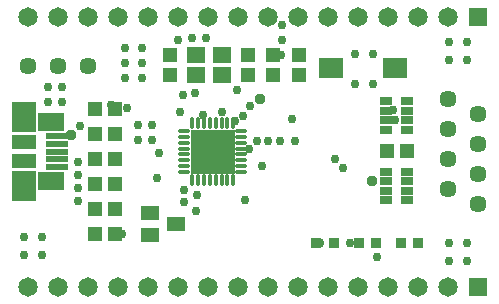
<source format=gts>
G04 Layer_Color=8388736*
%FSLAX25Y25*%
%MOIN*%
G70*
G01*
G75*
%ADD250R,0.08268X0.04528*%
%ADD251R,0.06103X0.04528*%
%ADD252R,0.03741X0.03741*%
%ADD253R,0.08465X0.06890*%
%ADD254O,0.01575X0.03937*%
%ADD255O,0.03937X0.01575*%
%ADD256R,0.14764X0.14764*%
%ADD257R,0.04922X0.04528*%
%ADD258R,0.06102X0.05315*%
%ADD259R,0.04134X0.02953*%
%ADD260R,0.04528X0.04922*%
%ADD261R,0.07284X0.02363*%
%ADD262R,0.08859X0.06398*%
%ADD263R,0.08071X0.09941*%
%ADD264C,0.06496*%
%ADD265R,0.06496X0.06496*%
%ADD266C,0.05709*%
%ADD267C,0.00591*%
%ADD268C,0.02953*%
%ADD269C,0.03740*%
D250*
X5906Y55216D02*
D03*
Y49114D02*
D03*
D251*
X47834Y24311D02*
D03*
Y31791D02*
D03*
X56496Y28051D02*
D03*
D252*
X131397Y21752D02*
D03*
X137303D02*
D03*
X117322D02*
D03*
X123228D02*
D03*
X103248D02*
D03*
X109154D02*
D03*
D253*
X108169Y79921D02*
D03*
X129429D02*
D03*
D254*
X75590Y61712D02*
D03*
X73622D02*
D03*
X71653D02*
D03*
X69685D02*
D03*
X67716D02*
D03*
X65748D02*
D03*
X63779D02*
D03*
X61811D02*
D03*
Y42618D02*
D03*
X63779D02*
D03*
X65748D02*
D03*
X67716D02*
D03*
X69685D02*
D03*
X71653D02*
D03*
X73622D02*
D03*
X75590D02*
D03*
D255*
X59153Y59055D02*
D03*
Y57086D02*
D03*
Y55118D02*
D03*
Y53149D02*
D03*
Y51181D02*
D03*
Y49213D02*
D03*
Y47244D02*
D03*
Y45276D02*
D03*
X78248D02*
D03*
Y47244D02*
D03*
Y49213D02*
D03*
Y51181D02*
D03*
Y53149D02*
D03*
Y55118D02*
D03*
Y57086D02*
D03*
Y59055D02*
D03*
D256*
X68701Y52165D02*
D03*
D257*
X54331Y77756D02*
D03*
Y84448D02*
D03*
X80315Y77756D02*
D03*
Y84448D02*
D03*
X88927D02*
D03*
Y77756D02*
D03*
X97539D02*
D03*
Y84448D02*
D03*
D258*
X62992Y77756D02*
D03*
Y84449D02*
D03*
X71653Y77756D02*
D03*
Y84449D02*
D03*
D259*
X126531Y59449D02*
D03*
Y62599D02*
D03*
Y65748D02*
D03*
Y68898D02*
D03*
X133618Y59449D02*
D03*
Y62599D02*
D03*
Y65748D02*
D03*
Y68898D02*
D03*
X126531Y35925D02*
D03*
Y39075D02*
D03*
Y42224D02*
D03*
Y45374D02*
D03*
X133618Y35925D02*
D03*
Y39075D02*
D03*
Y42224D02*
D03*
Y45374D02*
D03*
D260*
X126674Y52461D02*
D03*
X133366D02*
D03*
X29331Y66240D02*
D03*
X36023D02*
D03*
Y57894D02*
D03*
X29331D02*
D03*
Y49547D02*
D03*
X36023D02*
D03*
X29331Y41201D02*
D03*
X36023D02*
D03*
X29331Y32854D02*
D03*
X36023D02*
D03*
X29331Y24508D02*
D03*
X36023D02*
D03*
D261*
X16929Y52165D02*
D03*
Y54724D02*
D03*
Y49606D02*
D03*
Y47047D02*
D03*
Y57283D02*
D03*
D262*
X14961Y62008D02*
D03*
Y42322D02*
D03*
D263*
X5906Y63779D02*
D03*
Y40551D02*
D03*
D264*
X7000Y97000D02*
D03*
X17000D02*
D03*
X27000D02*
D03*
X47000D02*
D03*
X37000D02*
D03*
X57000D02*
D03*
X67000D02*
D03*
X97000D02*
D03*
X77000D02*
D03*
X107000D02*
D03*
X117000D02*
D03*
X137000D02*
D03*
X87000D02*
D03*
X127000D02*
D03*
X147000D02*
D03*
X7000Y7000D02*
D03*
X17000D02*
D03*
X27000D02*
D03*
X47000D02*
D03*
X37000D02*
D03*
X57000D02*
D03*
X67000D02*
D03*
X97000D02*
D03*
X77000D02*
D03*
X107000D02*
D03*
X117000D02*
D03*
X137000D02*
D03*
X87000D02*
D03*
X127000D02*
D03*
X147000D02*
D03*
D265*
X157000Y97000D02*
D03*
Y7000D02*
D03*
D266*
X27000Y80709D02*
D03*
X7000D02*
D03*
X17000D02*
D03*
X147047Y59606D02*
D03*
Y39606D02*
D03*
Y69606D02*
D03*
X157047Y34606D02*
D03*
Y44606D02*
D03*
X147047Y49606D02*
D03*
X157047Y54606D02*
D03*
Y64606D02*
D03*
D267*
X149961Y29094D02*
D03*
D268*
X91535Y84350D02*
D03*
X109488Y49823D02*
D03*
X112008Y46831D02*
D03*
X96004Y55689D02*
D03*
X123500Y17000D02*
D03*
X24409Y60827D02*
D03*
X5906Y23622D02*
D03*
Y17717D02*
D03*
X11811D02*
D03*
Y23622D02*
D03*
X39370Y81693D02*
D03*
Y76772D02*
D03*
X45276D02*
D03*
Y81693D02*
D03*
Y86614D02*
D03*
X39370D02*
D03*
X76772Y72835D02*
D03*
X91831Y89370D02*
D03*
X91929Y94193D02*
D03*
X116142Y84646D02*
D03*
Y74803D02*
D03*
X122047D02*
D03*
Y84646D02*
D03*
X147638Y15748D02*
D03*
X153543D02*
D03*
Y21654D02*
D03*
X147638D02*
D03*
X153543Y82677D02*
D03*
Y88583D02*
D03*
X147638D02*
D03*
Y82677D02*
D03*
X80315Y77756D02*
D03*
X71653Y77756D02*
D03*
X54331Y84448D02*
D03*
X80888Y52941D02*
D03*
X87301Y55613D02*
D03*
X80984Y67264D02*
D03*
X78744Y64078D02*
D03*
X76181Y62303D02*
D03*
X71949Y65354D02*
D03*
X65539Y64352D02*
D03*
X95098Y62992D02*
D03*
X91200Y55613D02*
D03*
X85002Y47276D02*
D03*
X128746Y65850D02*
D03*
X62992Y32480D02*
D03*
X63484Y37603D02*
D03*
X59055Y35433D02*
D03*
Y39370D02*
D03*
X79331Y35925D02*
D03*
X18602Y68799D02*
D03*
Y73721D02*
D03*
X13681D02*
D03*
Y68799D02*
D03*
X57877Y65358D02*
D03*
X40157Y66535D02*
D03*
X34744Y67520D02*
D03*
X43701Y56102D02*
D03*
Y61024D02*
D03*
X48622D02*
D03*
Y56102D02*
D03*
X23917Y35827D02*
D03*
Y40125D02*
D03*
Y44423D02*
D03*
Y48720D02*
D03*
X104527Y21752D02*
D03*
X83403Y55613D02*
D03*
X38386Y24508D02*
D03*
X62894Y71787D02*
D03*
X58760Y71161D02*
D03*
X50790Y51774D02*
D03*
X47441Y24311D02*
D03*
X114567Y21752D02*
D03*
X50000Y43406D02*
D03*
X126531Y68854D02*
D03*
X129337Y62798D02*
D03*
X126629Y59350D02*
D03*
X126772Y52461D02*
D03*
X127165Y45374D02*
D03*
X73032Y56496D02*
D03*
X68701D02*
D03*
X64370D02*
D03*
X68701Y52165D02*
D03*
X64370D02*
D03*
Y47835D02*
D03*
X73032D02*
D03*
X68701D02*
D03*
X73032Y52165D02*
D03*
X61811Y89961D02*
D03*
X57284Y89468D02*
D03*
X62992Y84449D02*
D03*
X66535Y89862D02*
D03*
D269*
X84606Y69665D02*
D03*
X21458Y57582D02*
D03*
X121850Y42421D02*
D03*
M02*

</source>
